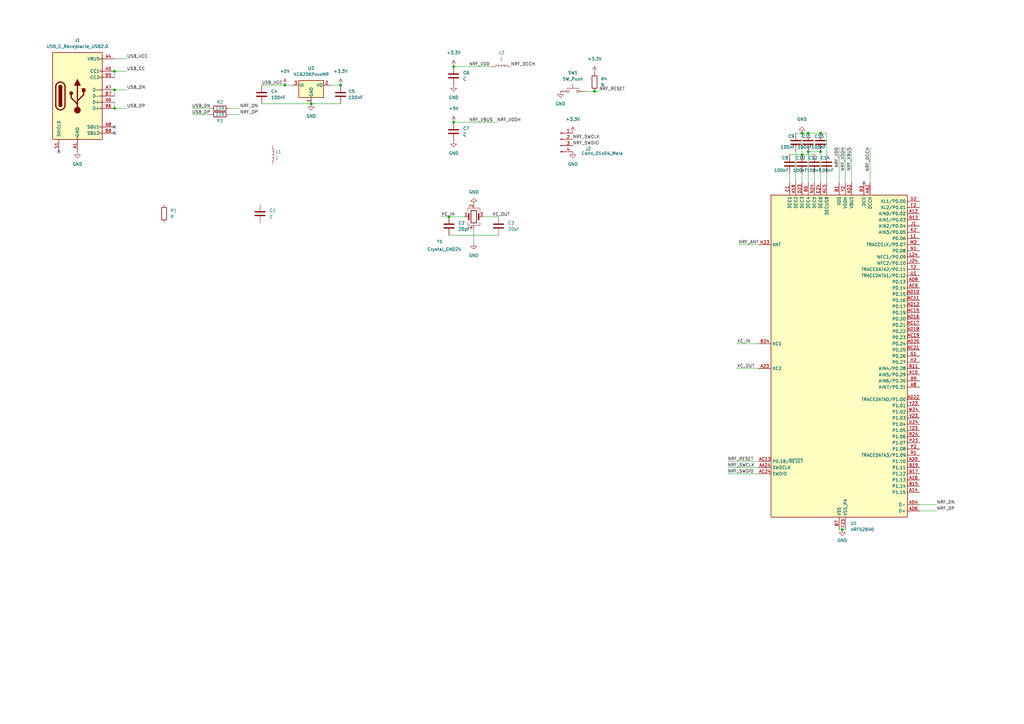
<source format=kicad_sch>
(kicad_sch (version 20211123) (generator eeschema)
  (paper "A3")
  (lib_symbols
    (symbol "Connector:Conn_01x04_Male" (pin_names (offset 1.016) hide)
      (property "Reference" "J" (at 0 5.08 0))
      (property "Value" "Conn_01x04_Male" (at 0 -7.62 0))
      (symbol "Conn_01x04_Male_1_1"
        (polyline (pts (xy 1.27 -5.08) (xy 0.8636 -5.08)) (stroke (width 0.1524)))
        (polyline (pts (xy 1.27 -2.54) (xy 0.8636 -2.54)) (stroke (width 0.1524)))
        (polyline (pts (xy 1.27 0) (xy 0.8636 0)) (stroke (width 0.1524)))
        (polyline (pts (xy 1.27 2.54) (xy 0.8636 2.54)) (stroke (width 0.1524)))
        (rectangle (start 0.8636 -4.953) (end 0 -5.207) (stroke (width 0.1524)) (fill (type outline)))
        (rectangle (start 0.8636 -2.413) (end 0 -2.667) (stroke (width 0.1524)) (fill (type outline)))
        (rectangle (start 0.8636 0.127) (end 0 -0.127) (stroke (width 0.1524)) (fill (type outline)))
        (rectangle (start 0.8636 2.667) (end 0 2.413) (stroke (width 0.1524)) (fill (type outline)))
        (pin passive line (at 5.08 2.54 180) (length 3.81) (name "Pin_1") (number "1"))
        (pin passive line (at 5.08 0 180) (length 3.81) (name "Pin_2") (number "2"))
        (pin passive line (at 5.08 -2.54 180) (length 3.81) (name "Pin_3") (number "3"))
        (pin passive line (at 5.08 -5.08 180) (length 3.81) (name "Pin_4") (number "4"))
      )
    )
    (symbol "Connector:USB_C_Receptacle_USB2.0" (pin_names (offset 1.016))
      (property "Reference" "J" (at -10.16 19.05 0))
      (property "Value" "USB_C_Receptacle_USB2.0" (at 19.05 19.05 0))
      (symbol "USB_C_Receptacle_USB2.0_0_0"
        (rectangle (start -0.254 -17.78) (end 0.254 -16.764))
        (rectangle (start 10.16 -14.986) (end 9.144 -15.494))
        (rectangle (start 10.16 -12.446) (end 9.144 -12.954))
        (rectangle (start 10.16 -4.826) (end 9.144 -5.334))
        (rectangle (start 10.16 -2.286) (end 9.144 -2.794))
        (rectangle (start 10.16 0.254) (end 9.144 -0.254))
        (rectangle (start 10.16 2.794) (end 9.144 2.286))
        (rectangle (start 10.16 7.874) (end 9.144 7.366))
        (rectangle (start 10.16 10.414) (end 9.144 9.906))
        (rectangle (start 10.16 15.494) (end 9.144 14.986))
      )
      (symbol "USB_C_Receptacle_USB2.0_0_1"
        (rectangle (start -10.16 17.78) (end 10.16 -17.78) (stroke (width 0.254)) (fill (type background)))
        (arc (start -8.89 -3.81) (mid -6.985 -5.715) (end -5.08 -3.81) (stroke (width 0.508)))
        (arc (start -7.62 -3.81) (mid -6.985 -4.445) (end -6.35 -3.81) (stroke (width 0.254)))
        (arc (start -7.62 -3.81) (mid -6.985 -4.445) (end -6.35 -3.81) (stroke (width 0.254)) (fill (type outline)))
        (rectangle (start -7.62 -3.81) (end -6.35 3.81) (stroke (width 0.254)) (fill (type outline)))
        (arc (start -6.35 3.81) (mid -6.985 4.445) (end -7.62 3.81) (stroke (width 0.254)))
        (arc (start -6.35 3.81) (mid -6.985 4.445) (end -7.62 3.81) (stroke (width 0.254)) (fill (type outline)))
        (arc (start -5.08 3.81) (mid -6.985 5.715) (end -8.89 3.81) (stroke (width 0.508)))
        (circle (center -2.54 1.143) (radius 0.635) (stroke (width 0.254)) (fill (type outline)))
        (circle (center 0 -5.842) (radius 1.27) (fill (type outline)))
        (polyline (pts (xy -8.89 -3.81) (xy -8.89 3.81)) (stroke (width 0.508)))
        (polyline (pts (xy -5.08 3.81) (xy -5.08 -3.81)) (stroke (width 0.508)))
        (polyline (pts (xy 0 -5.842) (xy 0 4.318)) (stroke (width 0.508)))
        (polyline (pts (xy 0 -3.302) (xy -2.54 -0.762) (xy -2.54 0.508)) (stroke (width 0.508)))
        (polyline (pts (xy 0 -2.032) (xy 2.54 0.508) (xy 2.54 1.778)) (stroke (width 0.508)))
        (polyline (pts (xy -1.27 4.318) (xy 0 6.858) (xy 1.27 4.318) (xy -1.27 4.318)) (stroke (width 0.254)) (fill (type outline)))
        (rectangle (start 1.905 1.778) (end 3.175 3.048) (stroke (width 0.254)) (fill (type outline)))
      )
      (symbol "USB_C_Receptacle_USB2.0_1_1"
        (pin passive line (at 0 -22.86 90) (length 5.08) (name "GND") (number "A1"))
        (pin passive line (at 0 -22.86 90) (length 5.08) hide (name "GND") (number "A12"))
        (pin passive line (at 15.24 15.24 180) (length 5.08) (name "VBUS") (number "A4"))
        (pin bidirectional line (at 15.24 10.16 180) (length 5.08) (name "CC1") (number "A5"))
        (pin bidirectional line (at 15.24 -2.54 180) (length 5.08) (name "D+") (number "A6"))
        (pin bidirectional line (at 15.24 2.54 180) (length 5.08) (name "D-") (number "A7"))
        (pin bidirectional line (at 15.24 -12.7 180) (length 5.08) (name "SBU1") (number "A8"))
        (pin passive line (at 15.24 15.24 180) (length 5.08) hide (name "VBUS") (number "A9"))
        (pin passive line (at 0 -22.86 90) (length 5.08) hide (name "GND") (number "B1"))
        (pin passive line (at 0 -22.86 90) (length 5.08) hide (name "GND") (number "B12"))
        (pin passive line (at 15.24 15.24 180) (length 5.08) hide (name "VBUS") (number "B4"))
        (pin bidirectional line (at 15.24 7.62 180) (length 5.08) (name "CC2") (number "B5"))
        (pin bidirectional line (at 15.24 -5.08 180) (length 5.08) (name "D+") (number "B6"))
        (pin bidirectional line (at 15.24 0 180) (length 5.08) (name "D-") (number "B7"))
        (pin bidirectional line (at 15.24 -15.24 180) (length 5.08) (name "SBU2") (number "B8"))
        (pin passive line (at 15.24 15.24 180) (length 5.08) hide (name "VBUS") (number "B9"))
        (pin passive line (at -7.62 -22.86 90) (length 5.08) (name "SHIELD") (number "S1"))
      )
    )
    (symbol "Device:C" (pin_numbers hide) (pin_names (offset 0.254))
      (property "Reference" "C" (at 0.635 2.54 0))
      (property "Value" "C" (at 0.635 -2.54 0))
      (symbol "C_0_1"
        (polyline (pts (xy -2.032 -0.762) (xy 2.032 -0.762)) (stroke (width 0.508)))
        (polyline (pts (xy -2.032 0.762) (xy 2.032 0.762)) (stroke (width 0.508)))
      )
      (symbol "C_1_1"
        (pin passive line (at 0 3.81 270) (length 2.794) (name "~") (number "1"))
        (pin passive line (at 0 -3.81 90) (length 2.794) (name "~") (number "2"))
      )
    )
    (symbol "Device:Crystal_GND24" (pin_names (offset 1.016) hide)
      (property "Reference" "Y" (at 3.175 5.08 0))
      (property "Value" "Crystal_GND24" (at 3.175 3.175 0))
      (symbol "Crystal_GND24_0_1"
        (rectangle (start -1.143 2.54) (end 1.143 -2.54) (stroke (width 0.3048)))
        (polyline (pts (xy -2.54 0) (xy -2.032 0)))
        (polyline (pts (xy -2.032 -1.27) (xy -2.032 1.27)) (stroke (width 0.508)))
        (polyline (pts (xy 0 -3.81) (xy 0 -3.556)))
        (polyline (pts (xy 0 3.556) (xy 0 3.81)))
        (polyline (pts (xy 2.032 -1.27) (xy 2.032 1.27)) (stroke (width 0.508)))
        (polyline (pts (xy 2.032 0) (xy 2.54 0)))
        (polyline (pts (xy -2.54 -2.286) (xy -2.54 -3.556) (xy 2.54 -3.556) (xy 2.54 -2.286)))
        (polyline (pts (xy -2.54 2.286) (xy -2.54 3.556) (xy 2.54 3.556) (xy 2.54 2.286)))
      )
      (symbol "Crystal_GND24_1_1"
        (pin passive line (at -3.81 0 0) (length 1.27) (name "1") (number "1"))
        (pin passive line (at 0 5.08 270) (length 1.27) (name "2") (number "2"))
        (pin passive line (at 3.81 0 180) (length 1.27) (name "3") (number "3"))
        (pin passive line (at 0 -5.08 90) (length 1.27) (name "4") (number "4"))
      )
    )
    (symbol "Device:L" (pin_numbers hide) (pin_names (offset 1.016) hide)
      (property "Reference" "L" (at -1.27 0 90))
      (property "Value" "L" (at 1.905 0 90))
      (symbol "L_0_1"
        (arc (start 0 -2.54) (mid 0.635 -1.905) (end 0 -1.27))
        (arc (start 0 -1.27) (mid 0.635 -0.635) (end 0 0))
        (arc (start 0 0) (mid 0.635 0.635) (end 0 1.27))
        (arc (start 0 1.27) (mid 0.635 1.905) (end 0 2.54))
      )
      (symbol "L_1_1"
        (pin passive line (at 0 3.81 270) (length 1.27) (name "1") (number "1"))
        (pin passive line (at 0 -3.81 90) (length 1.27) (name "2") (number "2"))
      )
    )
    (symbol "Device:R" (pin_numbers hide) (pin_names (offset 0))
      (property "Reference" "R" (at 2.032 0 90))
      (property "Value" "R" (at 0 0 90))
      (symbol "R_0_1"
        (rectangle (start -1.016 -2.54) (end 1.016 2.54) (stroke (width 0.254)))
      )
      (symbol "R_1_1"
        (pin passive line (at 0 3.81 270) (length 1.27) (name "~") (number "1"))
        (pin passive line (at 0 -3.81 90) (length 1.27) (name "~") (number "2"))
      )
    )
    (symbol "MCU_Nordic:nRF52840"
      (property "Reference" "U" (at 0 5.08 0))
      (property "Value" "nRF52840" (at 0 2.54 0))
      (symbol "nRF52840_0_1"
        (rectangle (start -27.94 66.04) (end 27.94 -66.04) (stroke (width 0.254)) (fill (type background)))
      )
      (symbol "nRF52840_1_1"
        (pin bidirectional line (at 33.02 -7.62 180) (length 5.08) (name "AIN5/P0.29") (number "A10"))
        (pin bidirectional line (at 33.02 58.42 180) (length 5.08) (name "AIN0/P0.02") (number "A12"))
        (pin bidirectional line (at 33.02 -55.88 180) (length 5.08) (name "P1.15") (number "A14"))
        (pin bidirectional line (at 33.02 -50.8 180) (length 5.08) (name "P1.13") (number "A16"))
        (pin passive line (at -17.78 71.12 270) (length 5.08) (name "DEC2") (number "A18"))
        (pin bidirectional line (at 33.02 -43.18 180) (length 5.08) (name "P1.10") (number "A20"))
        (pin passive line (at 0 71.12 270) (length 5.08) hide (name "VDD") (number "A22"))
        (pin input line (at -33.02 -5.08 0) (length 5.08) (name "XC2") (number "A23"))
        (pin bidirectional line (at 33.02 -12.7 180) (length 5.08) (name "AIN7/P0.31") (number "A8"))
        (pin input line (at -33.02 -45.72 0) (length 5.08) (name "SWDCLK") (number "AA24"))
        (pin power_out line (at 12.7 71.12 270) (length 5.08) (name "DCCH") (number "AB2"))
        (pin bidirectional line (at 33.02 22.86 180) (length 5.08) (name "P0.16") (number "AC11"))
        (pin bidirectional line (at -33.02 -43.18 0) (length 5.08) (name "P0.18/~{RESET}") (number "AC13"))
        (pin bidirectional line (at 33.02 17.78 180) (length 5.08) (name "P0.19") (number "AC15"))
        (pin bidirectional line (at 33.02 12.7 180) (length 5.08) (name "P0.21") (number "AC17"))
        (pin bidirectional line (at 33.02 7.62 180) (length 5.08) (name "P0.23") (number "AC19"))
        (pin bidirectional line (at 33.02 2.54 180) (length 5.08) (name "P0.25") (number "AC21"))
        (pin bidirectional line (at -33.02 -48.26 0) (length 5.08) (name "SWDIO") (number "AC24"))
        (pin passive line (at -5.08 71.12 270) (length 5.08) (name "DECUSB") (number "AC5"))
        (pin bidirectional line (at 33.02 27.94 180) (length 5.08) (name "P0.14") (number "AC9"))
        (pin bidirectional line (at 33.02 25.4 180) (length 5.08) (name "P0.15") (number "AD10"))
        (pin bidirectional line (at 33.02 20.32 180) (length 5.08) (name "P0.17") (number "AD12"))
        (pin passive line (at 0 71.12 270) (length 5.08) hide (name "VDD") (number "AD14"))
        (pin bidirectional line (at 33.02 15.24 180) (length 5.08) (name "P0.20") (number "AD16"))
        (pin bidirectional line (at 33.02 10.16 180) (length 5.08) (name "P0.22") (number "AD18"))
        (pin power_in line (at 5.08 71.12 270) (length 5.08) (name "VBUS") (number "AD2"))
        (pin bidirectional line (at 33.02 5.08 180) (length 5.08) (name "P0.24") (number "AD20"))
        (pin bidirectional line (at 33.02 -17.78 180) (length 5.08) (name "TRACEDATA0/P1.00") (number "AD22"))
        (pin passive line (at 0 71.12 270) (length 5.08) hide (name "VDD") (number "AD23"))
        (pin bidirectional line (at 33.02 -60.96 180) (length 5.08) (name "D-") (number "AD4"))
        (pin bidirectional line (at 33.02 -63.5 180) (length 5.08) (name "D+") (number "AD6"))
        (pin bidirectional line (at 33.02 30.48 180) (length 5.08) (name "P0.13") (number "AD8"))
        (pin power_in line (at 0 71.12 270) (length 5.08) (name "VDD") (number "B1"))
        (pin bidirectional line (at 33.02 -5.08 180) (length 5.08) (name "AIN4/P0.28") (number "B11"))
        (pin bidirectional line (at 33.02 55.88 180) (length 5.08) (name "AIN1/P0.03") (number "B13"))
        (pin bidirectional line (at 33.02 -53.34 180) (length 5.08) (name "P1.14") (number "B15"))
        (pin bidirectional line (at 33.02 -48.26 180) (length 5.08) (name "P1.12") (number "B17"))
        (pin bidirectional line (at 33.02 -45.72 180) (length 5.08) (name "P1.11") (number "B19"))
        (pin input line (at -33.02 5.08 0) (length 5.08) (name "XC1") (number "B24"))
        (pin power_out line (at 10.16 71.12 270) (length 5.08) (name "DCC") (number "B3"))
        (pin passive line (at -12.7 71.12 270) (length 5.08) (name "DEC4") (number "B5"))
        (pin power_in line (at 0 -71.12 90) (length 5.08) (name "VSS") (number "B7"))
        (pin bidirectional line (at 33.02 -10.16 180) (length 5.08) (name "AIN6/P0.30") (number "B9"))
        (pin passive line (at -20.32 71.12 270) (length 5.08) (name "DEC1") (number "C1"))
        (pin bidirectional line (at 33.02 63.5 180) (length 5.08) (name "XL1/P0.00") (number "D2"))
        (pin passive line (at -15.24 71.12 270) (length 5.08) (name "DEC3") (number "D23"))
        (pin passive line (at -7.62 71.12 270) (length 5.08) (name "DEC6") (number "E24"))
        (pin passive line (at 0 -71.12 90) (length 5.08) hide (name "VSS") (number "EP"))
        (pin bidirectional line (at 33.02 60.96 180) (length 5.08) (name "XL2/P0.01") (number "F2"))
        (pin power_in line (at 2.54 -71.12 90) (length 5.08) (name "VSS_PA") (number "F23"))
        (pin bidirectional line (at 33.02 0 180) (length 5.08) (name "P0.26") (number "G1"))
        (pin bidirectional line (at 33.02 -2.54 180) (length 5.08) (name "P0.27") (number "H2"))
        (pin passive line (at -33.02 45.72 0) (length 5.08) (name "ANT") (number "H23"))
        (pin bidirectional line (at 33.02 53.34 180) (length 5.08) (name "AIN2/P0.04") (number "J1"))
        (pin bidirectional line (at 33.02 38.1 180) (length 5.08) (name "NFC2/P0.10") (number "J24"))
        (pin bidirectional line (at 33.02 50.8 180) (length 5.08) (name "AIN3/P0.05") (number "K2"))
        (pin bidirectional line (at 33.02 48.26 180) (length 5.08) (name "P0.06") (number "L1"))
        (pin bidirectional line (at 33.02 40.64 180) (length 5.08) (name "NFC1/P0.09") (number "L24"))
        (pin bidirectional line (at 33.02 45.72 180) (length 5.08) (name "TRACECLK/P0.07") (number "M2"))
        (pin bidirectional line (at 33.02 43.18 180) (length 5.08) (name "P0.08") (number "N1"))
        (pin passive line (at -10.16 71.12 270) (length 5.08) (name "DEC5") (number "N24"))
        (pin bidirectional line (at 33.02 -38.1 180) (length 5.08) (name "P1.08") (number "P2"))
        (pin bidirectional line (at 33.02 -35.56 180) (length 5.08) (name "P1.07") (number "P23"))
        (pin bidirectional line (at 33.02 -40.64 180) (length 5.08) (name "TRACEDATA3/P1.09") (number "R1"))
        (pin bidirectional line (at 33.02 -33.02 180) (length 5.08) (name "P1.06") (number "R24"))
        (pin bidirectional line (at 33.02 35.56 180) (length 5.08) (name "TRACEDATA2/P0.11") (number "T2"))
        (pin bidirectional line (at 33.02 -30.48 180) (length 5.08) (name "P1.05") (number "T23"))
        (pin bidirectional line (at 33.02 33.02 180) (length 5.08) (name "TRACEDATA1/P0.12") (number "U1"))
        (pin bidirectional line (at 33.02 -27.94 180) (length 5.08) (name "P1.04") (number "U24"))
        (pin bidirectional line (at 33.02 -25.4 180) (length 5.08) (name "P1.03") (number "V23"))
        (pin passive line (at 0 71.12 270) (length 5.08) hide (name "VDD") (number "W1"))
        (pin bidirectional line (at 33.02 -22.86 180) (length 5.08) (name "P1.02") (number "W24"))
        (pin power_in line (at 2.54 71.12 270) (length 5.08) (name "VDDH") (number "Y2"))
        (pin bidirectional line (at 33.02 -20.32 180) (length 5.08) (name "P1.01") (number "Y23"))
      )
    )
    (symbol "Regulator_Linear:XC6206PxxxMR" (pin_names (offset 0.254))
      (property "Reference" "U" (at -3.81 3.175 0))
      (property "Value" "XC6206PxxxMR" (at 0 3.175 0))
      (symbol "XC6206PxxxMR_0_1"
        (rectangle (start -5.08 1.905) (end 5.08 -5.08) (stroke (width 0.254)) (fill (type background)))
      )
      (symbol "XC6206PxxxMR_1_1"
        (pin power_in line (at 0 -7.62 90) (length 2.54) (name "GND") (number "1"))
        (pin power_out line (at 7.62 0 180) (length 2.54) (name "VO") (number "2"))
        (pin power_in line (at -7.62 0 0) (length 2.54) (name "VI") (number "3"))
      )
    )
    (symbol "Switch:SW_Push" (pin_numbers hide) (pin_names (offset 1.016) hide)
      (property "Reference" "SW" (at 1.27 2.54 0))
      (property "Value" "SW_Push" (at 0 -1.524 0))
      (symbol "SW_Push_0_1"
        (circle (center -2.032 0) (radius 0.508))
        (polyline (pts (xy 0 1.27) (xy 0 3.048)))
        (polyline (pts (xy 2.54 1.27) (xy -2.54 1.27)))
        (circle (center 2.032 0) (radius 0.508))
        (pin passive line (at -5.08 0 0) (length 2.54) (name "1") (number "1"))
        (pin passive line (at 5.08 0 180) (length 2.54) (name "2") (number "2"))
      )
    )
    (symbol "power:+3.3V" (power) (pin_names (offset 0))
      (property "Value" "+3.3V" (at 0 3.556 0))
      (symbol "+3.3V_0_1"
        (polyline (pts (xy -0.762 1.27) (xy 0 2.54)))
        (polyline (pts (xy 0 0) (xy 0 2.54)))
        (polyline (pts (xy 0 2.54) (xy 0.762 1.27)))
      )
      (symbol "+3.3V_1_1"
        (pin power_in line (at 0 0 90) (length 0) hide (name "+3.3V") (number "1"))
      )
    )
    (symbol "power:+5V" (power) (pin_names (offset 0))
      (property "Value" "+5V" (at 0 3.556 0))
      (symbol "+5V_0_1"
        (polyline (pts (xy -0.762 1.27) (xy 0 2.54)))
        (polyline (pts (xy 0 0) (xy 0 2.54)))
        (polyline (pts (xy 0 2.54) (xy 0.762 1.27)))
      )
      (symbol "+5V_1_1"
        (pin power_in line (at 0 0 90) (length 0) hide (name "+5V") (number "1"))
      )
    )
    (symbol "power:GND" (power) (pin_names (offset 0))
      (property "Value" "GND" (at 0 -3.81 0))
      (symbol "GND_0_1"
        (polyline (pts (xy 0 0) (xy 0 -1.27) (xy 1.27 -1.27) (xy 0 -2.54) (xy -1.27 -1.27) (xy 0 -1.27)))
      )
      (symbol "GND_1_1"
        (pin power_in line (at 0 0 270) (length 0) hide (name "GND") (number "1"))
      )
    )
  )
  (junction (at 186.055 27.305))
  (junction (at 345.44 217.17))
  (junction (at 184.15 88.9))
  (junction (at 46.99 29.21))
  (junction (at 116.84 34.925))
  (junction (at 243.84 37.465))
  (junction (at 46.99 36.83))
  (junction (at 331.47 54.61))
  (junction (at 46.99 44.45))
  (junction (at 328.93 63.5))
  (junction (at 186.055 50.165))
  (junction (at 336.55 62.23))
  (junction (at 139.7 34.925))
  (junction (at 127.635 42.545))
  (junction (at 331.47 62.23))
  (junction (at 336.55 54.61))
  (junction (at 328.93 54.61))
  (no_connect (at 354.33 74.93))
  (no_connect (at 46.99 54.61))
  (no_connect (at 46.99 52.07))
  (no_connect (at 24.13 62.23))
  (wire (pts (xy 78.74 44.45) (xy 86.36 44.45)))
  (wire (pts (xy 198.12 88.9) (xy 204.47 88.9)))
  (wire (pts (xy 46.99 44.45) (xy 52.07 44.45)))
  (wire (pts (xy 186.055 27.305) (xy 201.93 27.305)))
  (wire (pts (xy 107.315 34.925) (xy 116.84 34.925)))
  (wire (pts (xy 46.99 41.91) (xy 46.99 44.45)))
  (wire (pts (xy 93.98 44.45) (xy 98.425 44.45)))
  (wire (pts (xy 184.15 88.9) (xy 190.5 88.9)))
  (wire (pts (xy 184.15 96.52) (xy 204.47 96.52)))
  (wire (pts (xy 298.45 194.31) (xy 311.15 194.31)))
  (wire (pts (xy 356.87 60.325) (xy 356.87 74.93)))
  (wire (pts (xy 344.17 217.17) (xy 345.44 217.17)))
  (wire (pts (xy 194.31 93.98) (xy 194.31 99.695)))
  (wire (pts (xy 46.99 24.13) (xy 52.07 24.13)))
  (wire (pts (xy 135.255 34.925) (xy 139.7 34.925)))
  (wire (pts (xy 326.39 62.23) (xy 326.39 74.93)))
  (wire (pts (xy 345.44 217.17) (xy 346.71 217.17)))
  (wire (pts (xy 46.99 29.21) (xy 52.07 29.21)))
  (wire (pts (xy 243.84 37.465) (xy 245.745 37.465)))
  (wire (pts (xy 302.26 140.97) (xy 311.15 140.97)))
  (wire (pts (xy 331.47 54.61) (xy 336.55 54.61)))
  (wire (pts (xy 93.98 46.99) (xy 98.425 46.99)))
  (wire (pts (xy 334.01 71.12) (xy 334.01 74.93)))
  (wire (pts (xy 328.93 63.5) (xy 334.01 63.5)))
  (wire (pts (xy 186.055 50.165) (xy 203.835 50.165)))
  (wire (pts (xy 116.84 34.925) (xy 120.015 34.925)))
  (wire (pts (xy 46.99 31.75) (xy 46.99 29.21)))
  (wire (pts (xy 298.45 191.77) (xy 311.15 191.77)))
  (wire (pts (xy 302.26 151.13) (xy 311.15 151.13)))
  (wire (pts (xy 377.19 207.01) (xy 384.175 207.01)))
  (wire (pts (xy 326.39 54.61) (xy 328.93 54.61)))
  (wire (pts (xy 331.47 62.23) (xy 331.47 74.93)))
  (wire (pts (xy 298.45 189.23) (xy 311.15 189.23)))
  (wire (pts (xy 339.09 71.12) (xy 339.09 74.93)))
  (wire (pts (xy 323.85 63.5) (xy 328.93 63.5)))
  (wire (pts (xy 339.09 63.5) (xy 339.09 54.61)))
  (wire (pts (xy 328.93 54.61) (xy 328.93 63.5)))
  (wire (pts (xy 46.99 36.83) (xy 52.07 36.83)))
  (wire (pts (xy 323.85 71.12) (xy 323.85 74.93)))
  (wire (pts (xy 180.975 88.9) (xy 184.15 88.9)))
  (wire (pts (xy 339.09 54.61) (xy 336.55 54.61)))
  (wire (pts (xy 46.99 39.37) (xy 46.99 36.83)))
  (wire (pts (xy 78.74 46.99) (xy 86.36 46.99)))
  (wire (pts (xy 328.93 71.12) (xy 328.93 74.93)))
  (wire (pts (xy 107.315 42.545) (xy 127.635 42.545)))
  (wire (pts (xy 240.03 37.465) (xy 243.84 37.465)))
  (wire (pts (xy 328.93 54.61) (xy 331.47 54.61)))
  (wire (pts (xy 346.71 60.325) (xy 346.71 74.93)))
  (wire (pts (xy 336.55 62.23) (xy 336.55 74.93)))
  (wire (pts (xy 377.19 209.55) (xy 384.175 209.55)))
  (wire (pts (xy 302.895 100.33) (xy 311.15 100.33)))
  (wire (pts (xy 127.635 42.545) (xy 139.7 42.545)))
  (wire (pts (xy 331.47 62.23) (xy 336.55 62.23)))
  (wire (pts (xy 349.25 60.325) (xy 349.25 74.93)))
  (wire (pts (xy 344.17 60.325) (xy 344.17 74.93)))
  (label "NRF_VDDH" (at 346.71 60.325 270))
  (label "NRF_VDD" (at 344.17 60.325 270))
  (label "NRF_DP" (at 98.425 46.99 0))
  (label "NRF_DN" (at 98.425 44.45 0))
  (label "USB_CC" (at 52.07 29.21 0))
  (label "XC_IN" (at 180.975 88.9 0))
  (label "NRF_RESET" (at 245.745 37.465 0))
  (label "NRF_RESET" (at 298.45 189.23 0))
  (label "USB_DN" (at 52.07 36.83 0))
  (label "NRF_DCCH" (at 356.87 60.325 270))
  (label "NRF_DP" (at 384.175 209.55 0))
  (label "NRF_VBUS" (at 349.25 60.325 270))
  (label "NRF_VBUS" (at 192.405 50.165 0))
  (label "USB_DN" (at 78.74 44.45 0))
  (label "NRF_VDDH" (at 203.835 50.165 0))
  (label "USB_DP" (at 78.74 46.99 0))
  (label "USB_VCC" (at 52.07 24.13 0))
  (label "USB_VCC" (at 107.315 34.925 0))
  (label "XC_IN" (at 302.26 140.97 0))
  (label "NRF_SWCLK" (at 298.45 191.77 0))
  (label "NRF_SWDIO" (at 298.45 194.31 0))
  (label "NRF_SWCLK" (at 234.95 57.15 0))
  (label "XC_OUT" (at 302.26 151.13 0))
  (label "NRF_ANT" (at 302.895 100.33 0))
  (label "NRF_DCCH" (at 209.55 27.305 0))
  (label "NRF_VDD" (at 192.405 27.305 0))
  (label "XC_OUT" (at 201.93 88.9 0))
  (label "USB_DP" (at 52.07 44.45 0))
  (label "NRF_SWDIO" (at 234.95 59.69 0))
  (label "NRF_DN" (at 384.175 207.01 0))
  (symbol (lib_id "power:GND") (at 229.87 37.465 0) (unit 1)
    (property "Reference" "#PWR0116" (effects hide))
    (property "Value" "GND" (at 229.87 42.545 0))
  )
  (symbol (lib_id "Device:C") (at 204.47 92.71 0) (unit 1)
    (property "Reference" "C3" (at 208.28 91.4399 0) (effects (justify left)))
    (property "Value" "20pF" (at 208.28 93.9799 0) (effects (justify left)))
    (property "Footprint" "Capacitor_SMD:C_0603_1608Metric" (effects hide))
  )
  (symbol (lib_id "Device:L") (at 111.76 63.5 0) (unit 1)
    (property "Reference" "L1" (at 113.03 62.2299 0) (effects (justify left)))
    (property "Value" "L" (at 113.03 64.7699 0) (effects (justify left)))
    (property "Footprint" "Inductor_SMD:L_0603_1608Metric" (effects hide))
  )
  (symbol (lib_id "Device:C") (at 336.55 58.42 0) (unit 1)
    (property "Reference" "C13" (at 334.01 55.88 0) (effects (justify left)))
    (property "Value" "100nF" (at 332.74 60.325 0) (effects (justify left)))
    (property "Footprint" "Capacitor_SMD:C_0603_1608Metric" (effects hide))
  )
  (symbol (lib_id "Device:C") (at 323.85 67.31 0) (unit 1)
    (property "Reference" "C8" (at 320.675 64.77 0) (effects (justify left)))
    (property "Value" "100nF" (at 317.5 69.85 0) (effects (justify left)))
    (property "Footprint" "Capacitor_SMD:C_0603_1608Metric" (effects hide))
  )
  (symbol (lib_id "Connector:Conn_01x04_Male") (at 229.87 57.15 0) (unit 1)
    (property "Reference" "J2" (at 241.3 60.96 0))
    (property "Value" "Conn_01x04_Male" (at 247.015 62.865 0))
    (property "Footprint" "Connector_PinHeader_2.54mm:PinHeader_1x04_P2.54mm_Vertical" (effects hide))
  )
  (symbol (lib_id "Device:C") (at 184.15 92.71 0) (unit 1)
    (property "Reference" "C2" (at 187.96 91.4399 0) (effects (justify left)))
    (property "Value" "20pF" (at 187.96 93.9799 0) (effects (justify left)))
    (property "Footprint" "Capacitor_SMD:C_0603_1608Metric" (effects hide))
  )
  (symbol (lib_id "Device:C") (at 186.055 31.115 0) (unit 1)
    (property "Reference" "C6" (at 189.865 29.8449 0) (effects (justify left)))
    (property "Value" "C" (at 189.865 32.3849 0) (effects (justify left)))
    (property "Footprint" "Capacitor_SMD:C_0603_1608Metric" (effects hide))
  )
  (symbol (lib_id "Device:C") (at 186.055 53.975 0) (unit 1)
    (property "Reference" "C7" (at 189.865 52.7049 0) (effects (justify left)))
    (property "Value" "C" (at 189.865 55.2449 0) (effects (justify left)))
    (property "Footprint" "Capacitor_SMD:C_0603_1608Metric" (effects hide))
  )
  (symbol (lib_id "Connector:USB_C_Receptacle_USB2.0") (at 31.75 39.37 0) (unit 1)
    (property "Reference" "J1" (at 31.75 16.51 0))
    (property "Value" "USB_C_Receptacle_USB2.0" (at 31.75 19.05 0))
    (property "Footprint" "Connector_USB:USB_C_Receptacle_HRO_TYPE-C-31-M-12" (effects hide))
    (property "Datasheet" "https://www.usb.org/sites/default/files/documents/usb_type-c.zip" (effects hide))
  )
  (symbol (lib_id "power:+3.3V") (at 186.055 27.305 0) (unit 1)
    (property "Reference" "#PWR0109" (effects hide))
    (property "Value" "+3.3V" (at 186.055 21.59 0))
  )
  (symbol (lib_id "Regulator_Linear:XC6206PxxxMR") (at 127.635 34.925 0) (unit 1)
    (property "Reference" "U2" (at 127.635 27.94 0))
    (property "Value" "XC6206PxxxMR" (at 127.635 30.48 0))
    (property "Footprint" "Package_TO_SOT_SMD:SOT-23" (effects hide))
    (property "Datasheet" "https://www.torexsemi.com/file/xc6206/XC6206.pdf" (effects hide))
  )
  (symbol (lib_id "Device:R") (at 67.31 87.63 0) (unit 1)
    (property "Reference" "R1" (at 69.85 86.3599 0) (effects (justify left)))
    (property "Value" "R" (at 69.85 88.8999 0) (effects (justify left)))
    (property "Footprint" "Resistor_SMD:R_0603_1608Metric" (effects hide))
  )
  (symbol (lib_id "Device:C") (at 328.93 67.31 0) (unit 1)
    (property "Reference" "C10" (at 326.39 64.77 0) (effects (justify left)))
    (property "Value" "100nF" (at 325.12 69.85 0) (effects (justify left)))
    (property "Footprint" "Capacitor_SMD:C_0603_1608Metric" (effects hide))
  )
  (symbol (lib_id "power:GND") (at 194.31 83.82 180) (unit 1)
    (property "Reference" "#PWR0102" (effects hide))
    (property "Value" "GND" (at 194.31 78.74 0))
  )
  (symbol (lib_id "power:GND") (at 186.055 34.925 0) (unit 1)
    (property "Reference" "#PWR0110" (effects hide))
    (property "Value" "GND" (at 186.055 40.005 0))
  )
  (symbol (lib_id "Device:C") (at 331.47 58.42 0) (unit 1)
    (property "Reference" "C11" (at 328.93 55.88 0) (effects (justify left)))
    (property "Value" "100nF" (at 327.025 60.325 0) (effects (justify left)))
    (property "Footprint" "Capacitor_SMD:C_0603_1608Metric" (effects hide))
  )
  (symbol (lib_id "Device:R") (at 90.17 44.45 90) (unit 1)
    (property "Reference" "R2" (at 90.17 41.91 90))
    (property "Value" "22R" (at 90.17 44.45 90))
    (property "Footprint" "Resistor_SMD:R_0603_1608Metric" (effects hide))
  )
  (symbol (lib_id "MCU_Nordic:nRF52840") (at 344.17 146.05 0) (unit 1)
    (property "Reference" "U1" (at 348.7294 214.63 0) (effects (justify left)))
    (property "Value" "nRF52840" (at 348.7294 217.17 0) (effects (justify left)))
    (property "Footprint" "Package_DFN_QFN:Nordic_AQFN-73-1EP_7x7mm_P0.5mm" (effects hide))
    (property "Datasheet" "http://infocenter.nordicsemi.com/topic/com.nordic.infocenter.nrf52/dita/nrf52/chips/nrf52840.html" (effects hide))
  )
  (symbol (lib_id "power:+3.3V") (at 243.84 29.845 0) (unit 1)
    (property "Reference" "#PWR0115" (effects hide))
    (property "Value" "+3.3V" (at 243.84 24.13 0))
  )
  (symbol (lib_id "power:+3.3V") (at 234.95 54.61 0) (unit 1)
    (property "Reference" "#PWR0114" (effects hide))
    (property "Value" "+3.3V" (at 234.95 48.895 0))
  )
  (symbol (lib_id "Device:C") (at 339.09 67.31 0) (unit 1)
    (property "Reference" "C14" (at 336.55 64.77 0) (effects (justify left)))
    (property "Value" "100nF" (at 335.915 69.85 0) (effects (justify left)))
    (property "Footprint" "Capacitor_SMD:C_0603_1608Metric" (effects hide))
  )
  (symbol (lib_id "Device:L") (at 205.74 27.305 90) (unit 1)
    (property "Reference" "L2" (at 205.74 21.59 90))
    (property "Value" "L" (at 205.74 24.13 90))
    (property "Footprint" "Inductor_SMD:L_0603_1608Metric" (effects hide))
  )
  (symbol (lib_id "power:GND") (at 234.95 62.23 0) (unit 1)
    (property "Reference" "#PWR0113" (effects hide))
    (property "Value" "GND" (at 234.95 67.31 0))
  )
  (symbol (lib_id "power:GND") (at 328.93 54.61 180) (unit 1)
    (property "Reference" "#PWR0111" (effects hide))
    (property "Value" "GND" (at 328.93 48.895 0))
  )
  (symbol (lib_id "power:+5V") (at 116.84 34.925 0) (unit 1)
    (property "Reference" "#PWR0108" (effects hide))
    (property "Value" "+5V" (at 116.84 29.21 0))
  )
  (symbol (lib_id "Device:C") (at 326.39 58.42 0) (unit 1)
    (property "Reference" "C9" (at 323.215 55.88 0) (effects (justify left)))
    (property "Value" "100nF" (at 320.04 60.325 0) (effects (justify left)))
    (property "Footprint" "Capacitor_SMD:C_0603_1608Metric" (effects hide))
  )
  (symbol (lib_id "power:GND") (at 31.75 62.23 0) (unit 1)
    (property "Reference" "#PWR0101" (effects hide))
    (property "Value" "GND" (at 31.75 67.31 0))
  )
  (symbol (lib_id "Device:Crystal_GND24") (at 194.31 88.9 0) (unit 1)
    (property "Reference" "Y1" (at 180.34 99.06 0))
    (property "Value" "Crystal_GND24" (at 182.245 102.235 0))
    (property "Footprint" "Crystal:Crystal_SMD_SeikoEpson_FA238-4Pin_3.2x2.5mm" (effects hide))
  )
  (symbol (lib_id "Device:C") (at 107.315 38.735 0) (unit 1)
    (property "Reference" "C4" (at 111.125 37.4649 0) (effects (justify left)))
    (property "Value" "100nF" (at 111.125 40.0049 0) (effects (justify left)))
    (property "Footprint" "Capacitor_SMD:C_0603_1608Metric" (effects hide))
  )
  (symbol (lib_id "power:GND") (at 127.635 42.545 0) (unit 1)
    (property "Reference" "#PWR0107" (effects hide))
    (property "Value" "GND" (at 127.635 47.625 0))
  )
  (symbol (lib_id "power:GND") (at 345.44 217.17 0) (unit 1)
    (property "Reference" "#PWR0112" (effects hide))
    (property "Value" "GND" (at 345.44 221.615 0))
  )
  (symbol (lib_id "power:GND") (at 186.055 57.785 0) (unit 1)
    (property "Reference" "#PWR0105" (effects hide))
    (property "Value" "GND" (at 186.055 62.865 0))
  )
  (symbol (lib_id "power:GND") (at 194.31 99.695 0) (unit 1)
    (property "Reference" "#PWR0103" (effects hide))
    (property "Value" "GND" (at 194.31 104.775 0))
  )
  (symbol (lib_id "Device:R") (at 90.17 46.99 90) (unit 1)
    (property "Reference" "R3" (at 90.17 49.53 90))
    (property "Value" "22R" (at 90.17 46.99 90))
    (property "Footprint" "Resistor_SMD:R_0603_1608Metric" (effects hide))
  )
  (symbol (lib_id "Device:C") (at 334.01 67.31 0) (unit 1)
    (property "Reference" "C12" (at 331.47 64.77 0) (effects (justify left)))
    (property "Value" "100nF" (at 330.835 69.85 0) (effects (justify left)))
    (property "Footprint" "Capacitor_SMD:C_0603_1608Metric" (effects hide))
  )
  (symbol (lib_id "Switch:SW_Push") (at 234.95 37.465 0) (unit 1)
    (property "Reference" "SW1" (at 234.95 29.845 0))
    (property "Value" "SW_Push" (at 234.95 32.385 0))
    (property "Footprint" "Button_Switch_SMD:SW_DIP_SPSTx01_Slide_6.7x4.1mm_W6.73mm_P2.54mm_LowProfile_JPin" (effects hide))
  )
  (symbol (lib_id "power:+5V") (at 186.055 50.165 0) (unit 1)
    (property "Reference" "#PWR0106" (effects hide))
    (property "Value" "+5V" (at 186.055 44.45 0))
  )
  (symbol (lib_id "power:+3.3V") (at 139.7 34.925 0) (unit 1)
    (property "Reference" "#PWR0104" (effects hide))
    (property "Value" "+3.3V" (at 139.7 29.21 0))
  )
  (symbol (lib_id "Device:C") (at 139.7 38.735 0) (unit 1)
    (property "Reference" "C5" (at 142.875 37.4649 0) (effects (justify left)))
    (property "Value" "100nF" (at 142.875 40.0049 0) (effects (justify left)))
    (property "Footprint" "Capacitor_SMD:C_0603_1608Metric" (effects hide))
  )
  (symbol (lib_id "Device:R") (at 243.84 33.655 0) (unit 1)
    (property "Reference" "R4" (at 246.38 32.3849 0) (effects (justify left)))
    (property "Value" "R" (at 246.38 34.9249 0) (effects (justify left)))
    (property "Footprint" "Resistor_SMD:R_0603_1608Metric" (effects hide))
  )
  (symbol (lib_id "Device:C") (at 106.68 87.63 0) (unit 1)
    (property "Reference" "C1" (at 110.49 86.3599 0) (effects (justify left)))
    (property "Value" "C" (at 110.49 88.8999 0) (effects (justify left)))
    (property "Footprint" "Capacitor_SMD:C_0603_1608Metric" (effects hide))
  )
)
</source>
